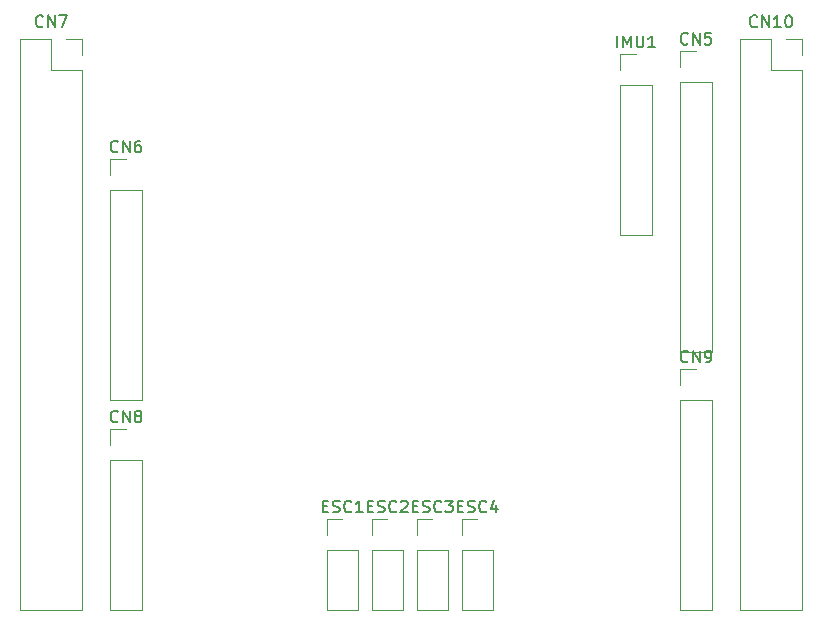
<source format=gbr>
%TF.GenerationSoftware,KiCad,Pcbnew,6.0.11-2627ca5db0~126~ubuntu20.04.1*%
%TF.CreationDate,2023-06-15T20:00:44-04:00*%
%TF.ProjectId,breakout,62726561-6b6f-4757-942e-6b696361645f,rev?*%
%TF.SameCoordinates,Original*%
%TF.FileFunction,Legend,Top*%
%TF.FilePolarity,Positive*%
%FSLAX46Y46*%
G04 Gerber Fmt 4.6, Leading zero omitted, Abs format (unit mm)*
G04 Created by KiCad (PCBNEW 6.0.11-2627ca5db0~126~ubuntu20.04.1) date 2023-06-15 20:00:44*
%MOMM*%
%LPD*%
G01*
G04 APERTURE LIST*
%ADD10C,0.150000*%
%ADD11C,0.120000*%
G04 APERTURE END LIST*
D10*
%TO.C,CN7*%
X113609523Y-85217142D02*
X113561904Y-85264761D01*
X113419047Y-85312380D01*
X113323809Y-85312380D01*
X113180952Y-85264761D01*
X113085714Y-85169523D01*
X113038095Y-85074285D01*
X112990476Y-84883809D01*
X112990476Y-84740952D01*
X113038095Y-84550476D01*
X113085714Y-84455238D01*
X113180952Y-84360000D01*
X113323809Y-84312380D01*
X113419047Y-84312380D01*
X113561904Y-84360000D01*
X113609523Y-84407619D01*
X114038095Y-85312380D02*
X114038095Y-84312380D01*
X114609523Y-85312380D01*
X114609523Y-84312380D01*
X114990476Y-84312380D02*
X115657142Y-84312380D01*
X115228571Y-85312380D01*
%TO.C,CN10*%
X174093333Y-85217142D02*
X174045714Y-85264761D01*
X173902857Y-85312380D01*
X173807619Y-85312380D01*
X173664761Y-85264761D01*
X173569523Y-85169523D01*
X173521904Y-85074285D01*
X173474285Y-84883809D01*
X173474285Y-84740952D01*
X173521904Y-84550476D01*
X173569523Y-84455238D01*
X173664761Y-84360000D01*
X173807619Y-84312380D01*
X173902857Y-84312380D01*
X174045714Y-84360000D01*
X174093333Y-84407619D01*
X174521904Y-85312380D02*
X174521904Y-84312380D01*
X175093333Y-85312380D01*
X175093333Y-84312380D01*
X176093333Y-85312380D02*
X175521904Y-85312380D01*
X175807619Y-85312380D02*
X175807619Y-84312380D01*
X175712380Y-84455238D01*
X175617142Y-84550476D01*
X175521904Y-84598095D01*
X176712380Y-84312380D02*
X176807619Y-84312380D01*
X176902857Y-84360000D01*
X176950476Y-84407619D01*
X176998095Y-84502857D01*
X177045714Y-84693333D01*
X177045714Y-84931428D01*
X176998095Y-85121904D01*
X176950476Y-85217142D01*
X176902857Y-85264761D01*
X176807619Y-85312380D01*
X176712380Y-85312380D01*
X176617142Y-85264761D01*
X176569523Y-85217142D01*
X176521904Y-85121904D01*
X176474285Y-84931428D01*
X176474285Y-84693333D01*
X176521904Y-84502857D01*
X176569523Y-84407619D01*
X176617142Y-84360000D01*
X176712380Y-84312380D01*
%TO.C,ESC4*%
X148733333Y-125868571D02*
X149066666Y-125868571D01*
X149209523Y-126392380D02*
X148733333Y-126392380D01*
X148733333Y-125392380D01*
X149209523Y-125392380D01*
X149590476Y-126344761D02*
X149733333Y-126392380D01*
X149971428Y-126392380D01*
X150066666Y-126344761D01*
X150114285Y-126297142D01*
X150161904Y-126201904D01*
X150161904Y-126106666D01*
X150114285Y-126011428D01*
X150066666Y-125963809D01*
X149971428Y-125916190D01*
X149780952Y-125868571D01*
X149685714Y-125820952D01*
X149638095Y-125773333D01*
X149590476Y-125678095D01*
X149590476Y-125582857D01*
X149638095Y-125487619D01*
X149685714Y-125440000D01*
X149780952Y-125392380D01*
X150019047Y-125392380D01*
X150161904Y-125440000D01*
X151161904Y-126297142D02*
X151114285Y-126344761D01*
X150971428Y-126392380D01*
X150876190Y-126392380D01*
X150733333Y-126344761D01*
X150638095Y-126249523D01*
X150590476Y-126154285D01*
X150542857Y-125963809D01*
X150542857Y-125820952D01*
X150590476Y-125630476D01*
X150638095Y-125535238D01*
X150733333Y-125440000D01*
X150876190Y-125392380D01*
X150971428Y-125392380D01*
X151114285Y-125440000D01*
X151161904Y-125487619D01*
X152019047Y-125725714D02*
X152019047Y-126392380D01*
X151780952Y-125344761D02*
X151542857Y-126059047D01*
X152161904Y-126059047D01*
%TO.C,ESC3*%
X144923333Y-125868571D02*
X145256666Y-125868571D01*
X145399523Y-126392380D02*
X144923333Y-126392380D01*
X144923333Y-125392380D01*
X145399523Y-125392380D01*
X145780476Y-126344761D02*
X145923333Y-126392380D01*
X146161428Y-126392380D01*
X146256666Y-126344761D01*
X146304285Y-126297142D01*
X146351904Y-126201904D01*
X146351904Y-126106666D01*
X146304285Y-126011428D01*
X146256666Y-125963809D01*
X146161428Y-125916190D01*
X145970952Y-125868571D01*
X145875714Y-125820952D01*
X145828095Y-125773333D01*
X145780476Y-125678095D01*
X145780476Y-125582857D01*
X145828095Y-125487619D01*
X145875714Y-125440000D01*
X145970952Y-125392380D01*
X146209047Y-125392380D01*
X146351904Y-125440000D01*
X147351904Y-126297142D02*
X147304285Y-126344761D01*
X147161428Y-126392380D01*
X147066190Y-126392380D01*
X146923333Y-126344761D01*
X146828095Y-126249523D01*
X146780476Y-126154285D01*
X146732857Y-125963809D01*
X146732857Y-125820952D01*
X146780476Y-125630476D01*
X146828095Y-125535238D01*
X146923333Y-125440000D01*
X147066190Y-125392380D01*
X147161428Y-125392380D01*
X147304285Y-125440000D01*
X147351904Y-125487619D01*
X147685238Y-125392380D02*
X148304285Y-125392380D01*
X147970952Y-125773333D01*
X148113809Y-125773333D01*
X148209047Y-125820952D01*
X148256666Y-125868571D01*
X148304285Y-125963809D01*
X148304285Y-126201904D01*
X148256666Y-126297142D01*
X148209047Y-126344761D01*
X148113809Y-126392380D01*
X147828095Y-126392380D01*
X147732857Y-126344761D01*
X147685238Y-126297142D01*
%TO.C,CN9*%
X168219523Y-113597142D02*
X168171904Y-113644761D01*
X168029047Y-113692380D01*
X167933809Y-113692380D01*
X167790952Y-113644761D01*
X167695714Y-113549523D01*
X167648095Y-113454285D01*
X167600476Y-113263809D01*
X167600476Y-113120952D01*
X167648095Y-112930476D01*
X167695714Y-112835238D01*
X167790952Y-112740000D01*
X167933809Y-112692380D01*
X168029047Y-112692380D01*
X168171904Y-112740000D01*
X168219523Y-112787619D01*
X168648095Y-113692380D02*
X168648095Y-112692380D01*
X169219523Y-113692380D01*
X169219523Y-112692380D01*
X169743333Y-113692380D02*
X169933809Y-113692380D01*
X170029047Y-113644761D01*
X170076666Y-113597142D01*
X170171904Y-113454285D01*
X170219523Y-113263809D01*
X170219523Y-112882857D01*
X170171904Y-112787619D01*
X170124285Y-112740000D01*
X170029047Y-112692380D01*
X169838571Y-112692380D01*
X169743333Y-112740000D01*
X169695714Y-112787619D01*
X169648095Y-112882857D01*
X169648095Y-113120952D01*
X169695714Y-113216190D01*
X169743333Y-113263809D01*
X169838571Y-113311428D01*
X170029047Y-113311428D01*
X170124285Y-113263809D01*
X170171904Y-113216190D01*
X170219523Y-113120952D01*
%TO.C,CN6*%
X119959523Y-95817142D02*
X119911904Y-95864761D01*
X119769047Y-95912380D01*
X119673809Y-95912380D01*
X119530952Y-95864761D01*
X119435714Y-95769523D01*
X119388095Y-95674285D01*
X119340476Y-95483809D01*
X119340476Y-95340952D01*
X119388095Y-95150476D01*
X119435714Y-95055238D01*
X119530952Y-94960000D01*
X119673809Y-94912380D01*
X119769047Y-94912380D01*
X119911904Y-94960000D01*
X119959523Y-95007619D01*
X120388095Y-95912380D02*
X120388095Y-94912380D01*
X120959523Y-95912380D01*
X120959523Y-94912380D01*
X121864285Y-94912380D02*
X121673809Y-94912380D01*
X121578571Y-94960000D01*
X121530952Y-95007619D01*
X121435714Y-95150476D01*
X121388095Y-95340952D01*
X121388095Y-95721904D01*
X121435714Y-95817142D01*
X121483333Y-95864761D01*
X121578571Y-95912380D01*
X121769047Y-95912380D01*
X121864285Y-95864761D01*
X121911904Y-95817142D01*
X121959523Y-95721904D01*
X121959523Y-95483809D01*
X121911904Y-95388571D01*
X121864285Y-95340952D01*
X121769047Y-95293333D01*
X121578571Y-95293333D01*
X121483333Y-95340952D01*
X121435714Y-95388571D01*
X121388095Y-95483809D01*
%TO.C,CN8*%
X119959523Y-118677142D02*
X119911904Y-118724761D01*
X119769047Y-118772380D01*
X119673809Y-118772380D01*
X119530952Y-118724761D01*
X119435714Y-118629523D01*
X119388095Y-118534285D01*
X119340476Y-118343809D01*
X119340476Y-118200952D01*
X119388095Y-118010476D01*
X119435714Y-117915238D01*
X119530952Y-117820000D01*
X119673809Y-117772380D01*
X119769047Y-117772380D01*
X119911904Y-117820000D01*
X119959523Y-117867619D01*
X120388095Y-118772380D02*
X120388095Y-117772380D01*
X120959523Y-118772380D01*
X120959523Y-117772380D01*
X121578571Y-118200952D02*
X121483333Y-118153333D01*
X121435714Y-118105714D01*
X121388095Y-118010476D01*
X121388095Y-117962857D01*
X121435714Y-117867619D01*
X121483333Y-117820000D01*
X121578571Y-117772380D01*
X121769047Y-117772380D01*
X121864285Y-117820000D01*
X121911904Y-117867619D01*
X121959523Y-117962857D01*
X121959523Y-118010476D01*
X121911904Y-118105714D01*
X121864285Y-118153333D01*
X121769047Y-118200952D01*
X121578571Y-118200952D01*
X121483333Y-118248571D01*
X121435714Y-118296190D01*
X121388095Y-118391428D01*
X121388095Y-118581904D01*
X121435714Y-118677142D01*
X121483333Y-118724761D01*
X121578571Y-118772380D01*
X121769047Y-118772380D01*
X121864285Y-118724761D01*
X121911904Y-118677142D01*
X121959523Y-118581904D01*
X121959523Y-118391428D01*
X121911904Y-118296190D01*
X121864285Y-118248571D01*
X121769047Y-118200952D01*
%TO.C,IMU1*%
X162258571Y-87022380D02*
X162258571Y-86022380D01*
X162734761Y-87022380D02*
X162734761Y-86022380D01*
X163068095Y-86736666D01*
X163401428Y-86022380D01*
X163401428Y-87022380D01*
X163877619Y-86022380D02*
X163877619Y-86831904D01*
X163925238Y-86927142D01*
X163972857Y-86974761D01*
X164068095Y-87022380D01*
X164258571Y-87022380D01*
X164353809Y-86974761D01*
X164401428Y-86927142D01*
X164449047Y-86831904D01*
X164449047Y-86022380D01*
X165449047Y-87022380D02*
X164877619Y-87022380D01*
X165163333Y-87022380D02*
X165163333Y-86022380D01*
X165068095Y-86165238D01*
X164972857Y-86260476D01*
X164877619Y-86308095D01*
%TO.C,ESC2*%
X141113333Y-125868571D02*
X141446666Y-125868571D01*
X141589523Y-126392380D02*
X141113333Y-126392380D01*
X141113333Y-125392380D01*
X141589523Y-125392380D01*
X141970476Y-126344761D02*
X142113333Y-126392380D01*
X142351428Y-126392380D01*
X142446666Y-126344761D01*
X142494285Y-126297142D01*
X142541904Y-126201904D01*
X142541904Y-126106666D01*
X142494285Y-126011428D01*
X142446666Y-125963809D01*
X142351428Y-125916190D01*
X142160952Y-125868571D01*
X142065714Y-125820952D01*
X142018095Y-125773333D01*
X141970476Y-125678095D01*
X141970476Y-125582857D01*
X142018095Y-125487619D01*
X142065714Y-125440000D01*
X142160952Y-125392380D01*
X142399047Y-125392380D01*
X142541904Y-125440000D01*
X143541904Y-126297142D02*
X143494285Y-126344761D01*
X143351428Y-126392380D01*
X143256190Y-126392380D01*
X143113333Y-126344761D01*
X143018095Y-126249523D01*
X142970476Y-126154285D01*
X142922857Y-125963809D01*
X142922857Y-125820952D01*
X142970476Y-125630476D01*
X143018095Y-125535238D01*
X143113333Y-125440000D01*
X143256190Y-125392380D01*
X143351428Y-125392380D01*
X143494285Y-125440000D01*
X143541904Y-125487619D01*
X143922857Y-125487619D02*
X143970476Y-125440000D01*
X144065714Y-125392380D01*
X144303809Y-125392380D01*
X144399047Y-125440000D01*
X144446666Y-125487619D01*
X144494285Y-125582857D01*
X144494285Y-125678095D01*
X144446666Y-125820952D01*
X143875238Y-126392380D01*
X144494285Y-126392380D01*
%TO.C,ESC1*%
X137303333Y-125868571D02*
X137636666Y-125868571D01*
X137779523Y-126392380D02*
X137303333Y-126392380D01*
X137303333Y-125392380D01*
X137779523Y-125392380D01*
X138160476Y-126344761D02*
X138303333Y-126392380D01*
X138541428Y-126392380D01*
X138636666Y-126344761D01*
X138684285Y-126297142D01*
X138731904Y-126201904D01*
X138731904Y-126106666D01*
X138684285Y-126011428D01*
X138636666Y-125963809D01*
X138541428Y-125916190D01*
X138350952Y-125868571D01*
X138255714Y-125820952D01*
X138208095Y-125773333D01*
X138160476Y-125678095D01*
X138160476Y-125582857D01*
X138208095Y-125487619D01*
X138255714Y-125440000D01*
X138350952Y-125392380D01*
X138589047Y-125392380D01*
X138731904Y-125440000D01*
X139731904Y-126297142D02*
X139684285Y-126344761D01*
X139541428Y-126392380D01*
X139446190Y-126392380D01*
X139303333Y-126344761D01*
X139208095Y-126249523D01*
X139160476Y-126154285D01*
X139112857Y-125963809D01*
X139112857Y-125820952D01*
X139160476Y-125630476D01*
X139208095Y-125535238D01*
X139303333Y-125440000D01*
X139446190Y-125392380D01*
X139541428Y-125392380D01*
X139684285Y-125440000D01*
X139731904Y-125487619D01*
X140684285Y-126392380D02*
X140112857Y-126392380D01*
X140398571Y-126392380D02*
X140398571Y-125392380D01*
X140303333Y-125535238D01*
X140208095Y-125630476D01*
X140112857Y-125678095D01*
%TO.C,CN5*%
X168219523Y-86677142D02*
X168171904Y-86724761D01*
X168029047Y-86772380D01*
X167933809Y-86772380D01*
X167790952Y-86724761D01*
X167695714Y-86629523D01*
X167648095Y-86534285D01*
X167600476Y-86343809D01*
X167600476Y-86200952D01*
X167648095Y-86010476D01*
X167695714Y-85915238D01*
X167790952Y-85820000D01*
X167933809Y-85772380D01*
X168029047Y-85772380D01*
X168171904Y-85820000D01*
X168219523Y-85867619D01*
X168648095Y-86772380D02*
X168648095Y-85772380D01*
X169219523Y-86772380D01*
X169219523Y-85772380D01*
X170171904Y-85772380D02*
X169695714Y-85772380D01*
X169648095Y-86248571D01*
X169695714Y-86200952D01*
X169790952Y-86153333D01*
X170029047Y-86153333D01*
X170124285Y-86200952D01*
X170171904Y-86248571D01*
X170219523Y-86343809D01*
X170219523Y-86581904D01*
X170171904Y-86677142D01*
X170124285Y-86724761D01*
X170029047Y-86772380D01*
X169790952Y-86772380D01*
X169695714Y-86724761D01*
X169648095Y-86677142D01*
D11*
%TO.C,CN7*%
X115570000Y-86300000D02*
X116900000Y-86300000D01*
X116900000Y-88900000D02*
X116900000Y-134680000D01*
X111700000Y-86300000D02*
X114300000Y-86300000D01*
X116900000Y-86300000D02*
X116900000Y-87630000D01*
X111700000Y-134680000D02*
X116900000Y-134680000D01*
X114300000Y-88900000D02*
X116900000Y-88900000D01*
X114300000Y-86300000D02*
X114300000Y-88900000D01*
X111700000Y-86300000D02*
X111700000Y-134680000D01*
%TO.C,CN10*%
X176530000Y-86300000D02*
X177860000Y-86300000D01*
X177860000Y-86300000D02*
X177860000Y-87630000D01*
X177860000Y-88900000D02*
X177860000Y-134680000D01*
X172660000Y-86300000D02*
X175260000Y-86300000D01*
X175260000Y-86300000D02*
X175260000Y-88900000D01*
X175260000Y-88900000D02*
X177860000Y-88900000D01*
X172660000Y-86300000D02*
X172660000Y-134680000D01*
X172660000Y-134680000D02*
X177860000Y-134680000D01*
%TO.C,ESC4*%
X149070000Y-128270000D02*
X149070000Y-126940000D01*
X149070000Y-129540000D02*
X149070000Y-134680000D01*
X149070000Y-129540000D02*
X151730000Y-129540000D01*
X149070000Y-134680000D02*
X151730000Y-134680000D01*
X151730000Y-129540000D02*
X151730000Y-134680000D01*
X149070000Y-126940000D02*
X150400000Y-126940000D01*
%TO.C,ESC3*%
X145260000Y-128270000D02*
X145260000Y-126940000D01*
X147920000Y-129540000D02*
X147920000Y-134680000D01*
X145260000Y-129540000D02*
X147920000Y-129540000D01*
X145260000Y-126940000D02*
X146590000Y-126940000D01*
X145260000Y-134680000D02*
X147920000Y-134680000D01*
X145260000Y-129540000D02*
X145260000Y-134680000D01*
%TO.C,CN9*%
X167580000Y-115570000D02*
X167580000Y-114240000D01*
X167580000Y-116840000D02*
X167580000Y-134680000D01*
X170240000Y-116840000D02*
X170240000Y-134680000D01*
X167580000Y-116840000D02*
X170240000Y-116840000D01*
X167580000Y-114240000D02*
X168910000Y-114240000D01*
X167580000Y-134680000D02*
X170240000Y-134680000D01*
%TO.C,CN6*%
X119320000Y-97790000D02*
X119320000Y-96460000D01*
X121980000Y-99060000D02*
X121980000Y-116900000D01*
X119320000Y-116900000D02*
X121980000Y-116900000D01*
X119320000Y-96460000D02*
X120650000Y-96460000D01*
X119320000Y-99060000D02*
X119320000Y-116900000D01*
X119320000Y-99060000D02*
X121980000Y-99060000D01*
%TO.C,CN8*%
X119320000Y-134680000D02*
X121980000Y-134680000D01*
X119320000Y-121920000D02*
X121980000Y-121920000D01*
X119320000Y-120650000D02*
X119320000Y-119320000D01*
X119320000Y-119320000D02*
X120650000Y-119320000D01*
X119320000Y-121920000D02*
X119320000Y-134680000D01*
X121980000Y-121920000D02*
X121980000Y-134680000D01*
%TO.C,IMU1*%
X162500000Y-87570000D02*
X163830000Y-87570000D01*
X162500000Y-102930000D02*
X165160000Y-102930000D01*
X165160000Y-90170000D02*
X165160000Y-102930000D01*
X162500000Y-90170000D02*
X165160000Y-90170000D01*
X162500000Y-88900000D02*
X162500000Y-87570000D01*
X162500000Y-90170000D02*
X162500000Y-102930000D01*
%TO.C,ESC2*%
X141450000Y-128270000D02*
X141450000Y-126940000D01*
X141450000Y-129540000D02*
X144110000Y-129540000D01*
X141450000Y-129540000D02*
X141450000Y-134680000D01*
X144110000Y-129540000D02*
X144110000Y-134680000D01*
X141450000Y-126940000D02*
X142780000Y-126940000D01*
X141450000Y-134680000D02*
X144110000Y-134680000D01*
%TO.C,ESC1*%
X137640000Y-134680000D02*
X140300000Y-134680000D01*
X137640000Y-129540000D02*
X140300000Y-129540000D01*
X137640000Y-126940000D02*
X138970000Y-126940000D01*
X140300000Y-129540000D02*
X140300000Y-134680000D01*
X137640000Y-128270000D02*
X137640000Y-126940000D01*
X137640000Y-129540000D02*
X137640000Y-134680000D01*
%TO.C,CN5*%
X167580000Y-89920000D02*
X170240000Y-89920000D01*
X167580000Y-112840000D02*
X170240000Y-112840000D01*
X170240000Y-89920000D02*
X170240000Y-112840000D01*
X167580000Y-88650000D02*
X167580000Y-87320000D01*
X167580000Y-87320000D02*
X168910000Y-87320000D01*
X167580000Y-89920000D02*
X167580000Y-112840000D01*
%TD*%
M02*

</source>
